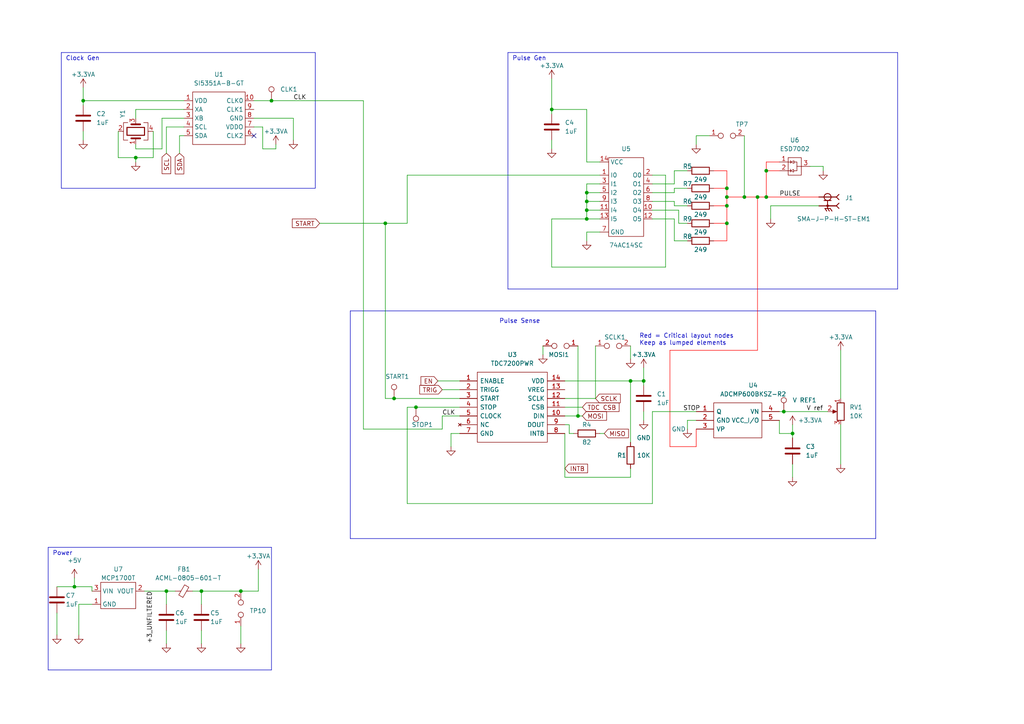
<source format=kicad_sch>
(kicad_sch (version 20230121) (generator eeschema)
  (paper "A4")
  (lib_symbols
    (symbol "Connector:TestPoint" (pin_numbers hide) (pin_names (offset 0.762) hide)
      (property "Reference" "TP" (at 0 6.858 0))
      (property "Value" "TestPoint" (at 0 5.08 0))
      (symbol "TestPoint_0_1"
        (circle (center 0 3.302) (radius 0.762))
      )
      (symbol "TestPoint_1_1"
        (pin passive line (at 0 0 90) (length 2.54) (name "1") (number "1"))
      )
    )
    (symbol "Connector:TestPoint_2Pole" (pin_names (offset 0.762) hide)
      (property "Reference" "TP" (at 0 1.524 0))
      (property "Value" "TestPoint_2Pole" (at 0 -1.778 0))
      (symbol "TestPoint_2Pole_0_1"
        (circle (center -1.778 0) (radius 0.762))
        (circle (center 1.778 0) (radius 0.762))
        (pin passive line (at -5.08 0 0) (length 2.54) (name "1") (number "1"))
        (pin passive line (at 5.08 0 180) (length 2.54) (name "2") (number "2"))
      )
    )
    (symbol "Device:C" (pin_numbers hide) (pin_names (offset 0.254))
      (property "Reference" "C" (at 0.635 2.54 0))
      (property "Value" "C" (at 0.635 -2.54 0))
      (symbol "C_0_1"
        (polyline (pts (xy -2.032 -0.762) (xy 2.032 -0.762)) (stroke (width 0.508)))
        (polyline (pts (xy -2.032 0.762) (xy 2.032 0.762)) (stroke (width 0.508)))
      )
      (symbol "C_1_1"
        (pin passive line (at 0 3.81 270) (length 2.794) (name "~") (number "1"))
        (pin passive line (at 0 -3.81 90) (length 2.794) (name "~") (number "2"))
      )
    )
    (symbol "Device:Crystal_GND24" (pin_names (offset 1.016) hide)
      (property "Reference" "Y" (at 3.175 5.08 0))
      (property "Value" "Crystal_GND24" (at 3.175 3.175 0))
      (symbol "Crystal_GND24_0_1"
        (rectangle (start -1.143 2.54) (end 1.143 -2.54) (stroke (width 0.3048)))
        (polyline (pts (xy -2.54 0) (xy -2.032 0)))
        (polyline (pts (xy -2.032 -1.27) (xy -2.032 1.27)) (stroke (width 0.508)))
        (polyline (pts (xy 0 -3.81) (xy 0 -3.556)))
        (polyline (pts (xy 0 3.556) (xy 0 3.81)))
        (polyline (pts (xy 2.032 -1.27) (xy 2.032 1.27)) (stroke (width 0.508)))
        (polyline (pts (xy 2.032 0) (xy 2.54 0)))
        (polyline (pts (xy -2.54 -2.286) (xy -2.54 -3.556) (xy 2.54 -3.556) (xy 2.54 -2.286)))
        (polyline (pts (xy -2.54 2.286) (xy -2.54 3.556) (xy 2.54 3.556) (xy 2.54 2.286)))
      )
      (symbol "Crystal_GND24_1_1"
        (pin passive line (at -3.81 0 0) (length 1.27) (name "1") (number "1"))
        (pin passive line (at 0 5.08 270) (length 1.27) (name "2") (number "2"))
        (pin passive line (at 3.81 0 180) (length 1.27) (name "3") (number "3"))
        (pin passive line (at 0 -5.08 90) (length 1.27) (name "4") (number "4"))
      )
    )
    (symbol "Device:FerriteBead_Small" (pin_numbers hide) (pin_names (offset 0))
      (property "Reference" "FB" (at 1.905 1.27 0))
      (property "Value" "FerriteBead_Small" (at 1.905 -1.27 0))
      (symbol "FerriteBead_Small_0_1"
        (polyline (pts (xy 0 -1.27) (xy 0 -0.7874)))
        (polyline (pts (xy 0 0.889) (xy 0 1.2954)))
        (polyline (pts (xy -1.8288 0.2794) (xy -1.1176 1.4986) (xy 1.8288 -0.2032) (xy 1.1176 -1.4224) (xy -1.8288 0.2794)))
      )
      (symbol "FerriteBead_Small_1_1"
        (pin passive line (at 0 2.54 270) (length 1.27) (name "~") (number "1"))
        (pin passive line (at 0 -2.54 90) (length 1.27) (name "~") (number "2"))
      )
    )
    (symbol "Device:R" (pin_numbers hide) (pin_names (offset 0))
      (property "Reference" "R" (at 2.032 0 90))
      (property "Value" "R" (at 0 0 90))
      (symbol "R_0_1"
        (rectangle (start -1.016 -2.54) (end 1.016 2.54) (stroke (width 0.254)))
      )
      (symbol "R_1_1"
        (pin passive line (at 0 3.81 270) (length 1.27) (name "~") (number "1"))
        (pin passive line (at 0 -3.81 90) (length 1.27) (name "~") (number "2"))
      )
    )
    (symbol "Device:R_Potentiometer" (pin_names (offset 1.016) hide)
      (property "Reference" "RV" (at -4.445 0 90))
      (property "Value" "R_Potentiometer" (at -2.54 0 90))
      (symbol "R_Potentiometer_0_1"
        (polyline (pts (xy 2.54 0) (xy 1.524 0)))
        (polyline (pts (xy 1.143 0) (xy 2.286 0.508) (xy 2.286 -0.508) (xy 1.143 0)) (fill (type outline)))
        (rectangle (start 1.016 2.54) (end -1.016 -2.54) (stroke (width 0.254)))
      )
      (symbol "R_Potentiometer_1_1"
        (pin passive line (at 0 3.81 270) (length 1.27) (name "1") (number "1"))
        (pin passive line (at 3.81 0 180) (length 1.27) (name "2") (number "2"))
        (pin passive line (at 0 -3.81 90) (length 1.27) (name "3") (number "3"))
      )
    )
    (symbol "MySymbols:74AC14SC"
      (property "Reference" "U" (at 0 11.43 0))
      (property "Value" "74AC14SC" (at 0 -13.97 0))
      (symbol "74AC14SC_0_1"
        (rectangle (start -5.08 10.16) (end 5.08 -12.7))
      )
      (symbol "74AC14SC_1_1"
        (pin input line (at -7.62 5.08 0) (length 2.54) (name "I0") (number "1"))
        (pin output line (at 7.62 -5.08 180) (length 2.54) (name "O4") (number "10"))
        (pin input line (at -7.62 -5.08 0) (length 2.54) (name "I4") (number "11"))
        (pin output line (at 7.62 -7.62 180) (length 2.54) (name "O5") (number "12"))
        (pin input line (at -7.62 -7.62 0) (length 2.54) (name "I5") (number "13"))
        (pin power_in line (at -7.62 8.89 0) (length 2.54) (name "VCC") (number "14"))
        (pin output line (at 7.62 5.08 180) (length 2.54) (name "O0") (number "2"))
        (pin input line (at -7.62 2.54 0) (length 2.54) (name "I1") (number "3"))
        (pin output line (at 7.62 2.54 180) (length 2.54) (name "O1") (number "4"))
        (pin input line (at -7.62 0 0) (length 2.54) (name "I2") (number "5"))
        (pin output line (at 7.62 0 180) (length 2.54) (name "O2") (number "6"))
        (pin power_in line (at -7.62 -11.43 0) (length 2.54) (name "GND") (number "7"))
        (pin output line (at 7.62 -2.54 180) (length 2.54) (name "O3") (number "8"))
        (pin input line (at -7.62 -2.54 0) (length 2.54) (name "I3") (number "9"))
      )
    )
    (symbol "MySymbols:ADCMP600BKSZ-R2" (pin_names (offset 0.762))
      (property "Reference" "IC" (at 22.86 7.62 0))
      (property "Value" "ADCMP600BKSZ-R2" (at 29.21 5.08 0))
      (symbol "ADCMP600BKSZ-R2_0_0"
        (pin passive line (at 0 0 0) (length 5.08) (name "Q") (number "1"))
        (pin passive line (at 0 -2.54 0) (length 5.08) (name "GND") (number "2"))
        (pin passive line (at 0 -5.08 0) (length 5.08) (name "VP") (number "3"))
        (pin passive line (at 24.13 0 180) (length 5.08) (name "VN") (number "4"))
        (pin passive line (at 24.13 -2.54 180) (length 5.08) (name "VCC_I/O") (number "5"))
      )
      (symbol "ADCMP600BKSZ-R2_0_1"
        (polyline (pts (xy 5.08 2.54) (xy 19.05 2.54) (xy 19.05 -7.62) (xy 5.08 -7.62) (xy 5.08 2.54)) (stroke (width 0.1524)))
      )
    )
    (symbol "MySymbols:ESD7002"
      (property "Reference" "U" (at 1.8146 0.9549 0))
      (property "Value" "ESD7002" (at 2.54 -6.35 0))
      (symbol "ESD7002_0_1"
        (polyline (pts (xy 0 -3.81) (xy 0.6155 -3.8101)))
        (polyline (pts (xy 0.0892 -1.2838) (xy 0.7047 -1.2839)))
        (polyline (pts (xy 0.6155 -3.8101) (xy 0.6155 -4.1869)))
        (polyline (pts (xy 0.7047 -1.2839) (xy 0.7047 -1.6607)))
        (polyline (pts (xy 2.54 -3.81) (xy 1.6244 -3.81)))
        (polyline (pts (xy 2.54 -2.54) (xy 2.54 -3.81)))
        (polyline (pts (xy 0.6155 -3.8101) (xy 1.6049 -3.4374) (xy 1.6067 -4.1871) (xy 0.6155 -3.8101) (xy 0.6168 -3.3411)))
        (polyline (pts (xy 0.7047 -1.2839) (xy 1.6941 -0.9112) (xy 1.6959 -1.6609) (xy 0.7047 -1.2839) (xy 0.706 -0.8149)))
        (polyline (pts (xy 3.81 -2.54) (xy 2.54 -2.54) (xy 2.54 -1.27) (xy 1.6998 -1.2699) (xy 1.7221 -1.2672)))
        (rectangle (start 0 0) (end 3.81 -5.08))
      )
      (symbol "ESD7002_1_1"
        (pin passive line (at -2.54 -1.27 0) (length 2.54) (name "") (number "1"))
        (pin passive line (at -2.54 -3.81 0) (length 2.54) (name "") (number "2"))
        (pin passive line (at 6.35 -2.54 180) (length 2.54) (name "") (number "3"))
      )
    )
    (symbol "MySymbols:MCP1700T"
      (property "Reference" "U" (at 5.08 1.27 0))
      (property "Value" "MCP1700T" (at 5.08 -10.16 0))
      (symbol "MCP1700T_0_1"
        (rectangle (start 0 0) (end 10.16 -7.62))
      )
      (symbol "MCP1700T_1_1"
        (pin passive line (at -2.54 -6.35 0) (length 2.54) (name "GND") (number "1"))
        (pin power_out line (at 12.7 -2.54 180) (length 2.54) (name "VOUT") (number "2"))
        (pin power_in line (at -2.54 -2.54 0) (length 2.54) (name "VIN") (number "3"))
      )
    )
    (symbol "MySymbols:SI5351A-B-GT"
      (property "Reference" "U" (at 0 0 0))
      (property "Value" "SI5351A-B-GT" (at 0 -20.32 0))
      (symbol "SI5351A-B-GT_0_1"
        (rectangle (start -7.62 -2.54) (end 7.62 -17.78))
      )
      (symbol "SI5351A-B-GT_1_1"
        (pin power_in line (at -10.16 -5.08 0) (length 2.54) (name "VDD") (number "1"))
        (pin output line (at 10.16 -5.08 180) (length 2.54) (name "CLK0") (number "10"))
        (pin input line (at -10.16 -7.62 0) (length 2.54) (name "XA") (number "2"))
        (pin input line (at -10.16 -10.16 0) (length 2.54) (name "XB") (number "3"))
        (pin input line (at -10.16 -12.7 0) (length 2.54) (name "SCL") (number "4"))
        (pin bidirectional line (at -10.16 -15.24 0) (length 2.54) (name "SDA") (number "5"))
        (pin output line (at 10.16 -15.24 180) (length 2.54) (name "CLK2") (number "6"))
        (pin power_out line (at 10.16 -12.7 180) (length 2.54) (name "VDDO") (number "7"))
        (pin passive line (at 10.16 -10.16 180) (length 2.54) (name "GND") (number "8"))
        (pin output line (at 10.16 -7.62 180) (length 2.54) (name "CLK1") (number "9"))
      )
    )
    (symbol "MySymbols:SMA-J-P-H-ST-EM1" (pin_numbers hide) (pin_names (offset 1.016) hide)
      (property "Reference" "J" (at -3.81 4.064 0))
      (property "Value" "SMA-J-P-H-ST-EM1" (at -4.064 -4.318 0))
      (symbol "SMA-J-P-H-ST-EM1_0_0"
        (polyline (pts (xy -3.302 -0.762) (xy -2.54 0)) (stroke (width 0.254)))
        (polyline (pts (xy -3.302 0.762) (xy -2.54 0)) (stroke (width 0.254)))
        (polyline (pts (xy -3.302 1.778) (xy -2.54 2.54)) (stroke (width 0.254)))
        (polyline (pts (xy -3.302 3.302) (xy -2.54 2.54)) (stroke (width 0.254)))
        (polyline (pts (xy -2.54 0) (xy 0 0)) (stroke (width 0.254)))
        (polyline (pts (xy -2.54 2.54) (xy 2.54 2.54)) (stroke (width 0.254)))
        (polyline (pts (xy -1.016 1.524) (xy 0 1.524)) (stroke (width 0.254)))
        (polyline (pts (xy -0.762 -0.762) (xy -1.27 -1.524)) (stroke (width 0.254)))
        (polyline (pts (xy 0 -0.762) (xy -0.762 -0.762)) (stroke (width 0.254)))
        (polyline (pts (xy 0 -0.762) (xy -0.508 -1.524)) (stroke (width 0.254)))
        (polyline (pts (xy 0 -0.762) (xy 0.762 -0.762)) (stroke (width 0.254)))
        (polyline (pts (xy 0 0) (xy -2.286 0)) (stroke (width 0.254)))
        (polyline (pts (xy 0 0) (xy 0 -0.762)) (stroke (width 0.254)))
        (polyline (pts (xy 0 1.524) (xy 0 0)) (stroke (width 0.254)))
        (polyline (pts (xy 0 1.524) (xy 1.016 1.524)) (stroke (width 0.254)))
        (polyline (pts (xy 0.762 -0.762) (xy 0.254 -1.524)) (stroke (width 0.254)))
        (polyline (pts (xy 2.54 0) (xy 0 0)) (stroke (width 0.254)))
        (circle (center 0 0) (radius 0.254) (stroke (width 0.254)))
        (circle (center 0 2.54) (radius 1.016) (stroke (width 0.254)))
        (pin passive line (at 2.54 2.54 180) (length 5.08) (name "~") (number "1"))
        (pin passive line (at 2.54 0 180) (length 5.08) (name "~") (number "2_1"))
        (pin passive line (at 2.54 0 180) (length 5.08) (name "~") (number "2_2"))
        (pin passive line (at 2.54 0 180) (length 5.08) (name "~") (number "3_1"))
        (pin passive line (at 2.54 0 180) (length 5.08) (name "~") (number "3_2"))
      )
    )
    (symbol "MySymbols:TDC7200PWR" (pin_names (offset 0.762))
      (property "Reference" "U" (at 26.67 7.62 0))
      (property "Value" "TDC7200PWR" (at 26.67 5.08 0))
      (symbol "TDC7200PWR_0_0"
        (pin passive line (at 0 0 0) (length 5.08) (name "ENABLE") (number "1"))
        (pin passive line (at 30.48 -10.16 180) (length 5.08) (name "DIN") (number "10"))
        (pin passive line (at 30.48 -7.62 180) (length 5.08) (name "CSB") (number "11"))
        (pin passive line (at 30.48 -5.08 180) (length 5.08) (name "SCLK") (number "12"))
        (pin passive line (at 30.48 -2.54 180) (length 5.08) (name "VREG") (number "13"))
        (pin passive line (at 30.48 0 180) (length 5.08) (name "VDD") (number "14"))
        (pin passive line (at 0 -2.54 0) (length 5.08) (name "TRIGG") (number "2"))
        (pin passive line (at 0 -5.08 0) (length 5.08) (name "START") (number "3"))
        (pin passive line (at 0 -7.62 0) (length 5.08) (name "STOP") (number "4"))
        (pin passive line (at 0 -10.16 0) (length 5.08) (name "CLOCK") (number "5"))
        (pin no_connect line (at 0 -12.7 0) (length 5.08) (name "NC") (number "6"))
        (pin passive line (at 0 -15.24 0) (length 5.08) (name "GND") (number "7"))
        (pin passive line (at 30.48 -15.24 180) (length 5.08) (name "INTB") (number "8"))
        (pin passive line (at 30.48 -12.7 180) (length 5.08) (name "DOUT") (number "9"))
      )
      (symbol "TDC7200PWR_0_1"
        (polyline (pts (xy 5.08 2.54) (xy 25.4 2.54) (xy 25.4 -17.78) (xy 5.08 -17.78) (xy 5.08 2.54)) (stroke (width 0.1524)))
      )
    )
    (symbol "power:+3.3VA" (power) (pin_names (offset 0))
      (property "Value" "+3.3VA" (at 0 3.556 0))
      (symbol "+3.3VA_0_1"
        (polyline (pts (xy -0.762 1.27) (xy 0 2.54)))
        (polyline (pts (xy 0 0) (xy 0 2.54)))
        (polyline (pts (xy 0 2.54) (xy 0.762 1.27)))
      )
      (symbol "+3.3VA_1_1"
        (pin power_in line (at 0 0 90) (length 0) hide (name "+3.3VA") (number "1"))
      )
    )
    (symbol "power:+5V" (power) (pin_names (offset 0))
      (property "Value" "+5V" (at 0 3.556 0))
      (symbol "+5V_0_1"
        (polyline (pts (xy -0.762 1.27) (xy 0 2.54)))
        (polyline (pts (xy 0 0) (xy 0 2.54)))
        (polyline (pts (xy 0 2.54) (xy 0.762 1.27)))
      )
      (symbol "+5V_1_1"
        (pin power_in line (at 0 0 90) (length 0) hide (name "+5V") (number "1"))
      )
    )
    (symbol "power:GND" (power) (pin_names (offset 0))
      (property "Value" "GND" (at 0 -3.81 0))
      (symbol "GND_0_1"
        (polyline (pts (xy 0 0) (xy 0 -1.27) (xy 1.27 -1.27) (xy 0 -2.54) (xy -1.27 -1.27) (xy 0 -1.27)))
      )
      (symbol "GND_1_1"
        (pin power_in line (at 0 0 270) (length 0) hide (name "GND") (number "1"))
      )
    )
  )
  (junction (at 186.69 110.49))
  (junction (at 210.82 64.77))
  (junction (at 182.88 110.49))
  (junction (at 215.9 57.15))
  (junction (at 229.87 125.73))
  (junction (at 167.64 120.65))
  (junction (at 120.65 118.11))
  (junction (at 170.18 63.5))
  (junction (at 227.33 119.38))
  (junction (at 222.25 49.53))
  (junction (at 210.82 59.69))
  (junction (at 39.37 45.72))
  (junction (at 114.3 115.57))
  (junction (at 222.25 57.15))
  (junction (at 210.82 57.15))
  (junction (at 170.18 58.42))
  (junction (at 170.18 60.96))
  (junction (at 78.74 29.21))
  (junction (at 210.82 54.61))
  (junction (at 58.42 171.45))
  (junction (at 69.85 171.45))
  (junction (at 48.26 171.45))
  (junction (at 170.18 55.88))
  (junction (at 21.59 170.18))
  (junction (at 219.71 57.15))
  (junction (at 160.02 31.75))
  (junction (at 111.76 64.77))
  (junction (at 24.13 29.21))
  (no_connect (at 73.66 39.37))
  (wire (pts (xy 222.25 57.15) (xy 237.49 57.15)) (stroke (width 0) (color 255 0 0 1)))
  (wire (pts (xy 80.01 43.18) (xy 80.01 41.91)))
  (wire (pts (xy 39.37 43.18) (xy 46.99 43.18)))
  (wire (pts (xy 195.58 53.34) (xy 195.58 49.53)))
  (wire (pts (xy 199.39 121.92) (xy 199.39 124.46)))
  (wire (pts (xy 227.33 119.38) (xy 240.03 119.38)))
  (wire (pts (xy 170.18 58.42) (xy 173.99 58.42)))
  (wire (pts (xy 196.85 60.96) (xy 196.85 64.77)))
  (wire (pts (xy 24.13 29.21) (xy 53.34 29.21)))
  (wire (pts (xy 182.88 110.49) (xy 182.88 128.27)))
  (wire (pts (xy 243.84 123.19) (xy 243.84 134.62)))
  (wire (pts (xy 170.18 58.42) (xy 170.18 55.88)))
  (wire (pts (xy 160.02 77.47) (xy 160.02 63.5)))
  (wire (pts (xy 118.11 118.11) (xy 120.65 118.11)))
  (wire (pts (xy 223.52 59.69) (xy 237.49 59.69)))
  (wire (pts (xy 58.42 171.45) (xy 69.85 171.45)))
  (wire (pts (xy 173.99 46.99) (xy 170.18 46.99)))
  (wire (pts (xy 39.37 31.75) (xy 39.37 34.29)))
  (wire (pts (xy 167.64 100.33) (xy 167.64 120.65)))
  (wire (pts (xy 210.82 69.85) (xy 210.82 64.77)) (stroke (width 0) (color 255 0 0 1)))
  (wire (pts (xy 39.37 41.91) (xy 39.37 43.18)))
  (wire (pts (xy 163.83 110.49) (xy 182.88 110.49)))
  (polyline (pts (xy 17.78 15.24) (xy 17.78 54.61)))
  (wire (pts (xy 53.34 31.75) (xy 39.37 31.75)))
  (wire (pts (xy 163.83 120.65) (xy 167.64 120.65)))
  (wire (pts (xy 210.82 57.15) (xy 215.9 57.15)) (stroke (width 0) (color 255 0 0 1)))
  (wire (pts (xy 73.66 34.29) (xy 85.09 34.29)))
  (wire (pts (xy 196.85 64.77) (xy 199.39 64.77)))
  (wire (pts (xy 193.04 50.8) (xy 193.04 77.47)))
  (polyline (pts (xy 91.44 54.61) (xy 91.44 15.24)))
  (wire (pts (xy 69.85 171.45) (xy 74.93 171.45)))
  (wire (pts (xy 85.09 34.29) (xy 85.09 40.64)))
  (wire (pts (xy 46.99 34.29) (xy 46.99 43.18)))
  (wire (pts (xy 165.1 123.19) (xy 163.83 123.19)))
  (wire (pts (xy 207.01 54.61) (xy 210.82 54.61)) (stroke (width 0) (color 255 0 0 1)))
  (wire (pts (xy 226.06 46.99) (xy 222.25 46.99)) (stroke (width 0) (color 255 0 0 1)))
  (wire (pts (xy 163.83 115.57) (xy 172.72 115.57)))
  (wire (pts (xy 167.64 120.65) (xy 168.91 120.65)))
  (wire (pts (xy 207.01 59.69) (xy 210.82 59.69)) (stroke (width 0) (color 255 0 0 1)))
  (wire (pts (xy 189.23 55.88) (xy 195.58 55.88)))
  (wire (pts (xy 53.34 36.83) (xy 48.26 36.83)))
  (wire (pts (xy 22.86 175.26) (xy 22.86 184.15)))
  (wire (pts (xy 55.88 171.45) (xy 58.42 171.45)))
  (wire (pts (xy 182.88 100.33) (xy 182.88 104.14)))
  (polyline (pts (xy 101.6 90.17) (xy 101.6 156.21)))
  (wire (pts (xy 189.23 63.5) (xy 195.58 63.5)))
  (wire (pts (xy 189.23 60.96) (xy 196.85 60.96)))
  (wire (pts (xy 163.83 125.73) (xy 163.83 138.43)))
  (wire (pts (xy 229.87 134.62) (xy 229.87 138.43)))
  (wire (pts (xy 229.87 123.19) (xy 229.87 125.73)))
  (wire (pts (xy 226.06 119.38) (xy 227.33 119.38)))
  (wire (pts (xy 160.02 63.5) (xy 170.18 63.5)))
  (wire (pts (xy 44.45 38.1) (xy 44.45 45.72)))
  (polyline (pts (xy 254 156.21) (xy 101.6 156.21)))
  (wire (pts (xy 34.29 38.1) (xy 34.29 45.72)))
  (wire (pts (xy 53.34 34.29) (xy 46.99 34.29)))
  (wire (pts (xy 201.93 39.37) (xy 205.74 39.37)))
  (wire (pts (xy 160.02 31.75) (xy 170.18 31.75)))
  (wire (pts (xy 195.58 69.85) (xy 199.39 69.85)))
  (polyline (pts (xy 78.74 158.75) (xy 78.74 194.31)))
  (wire (pts (xy 48.26 182.88) (xy 48.26 186.69)))
  (wire (pts (xy 160.02 40.64) (xy 160.02 43.18)))
  (wire (pts (xy 199.39 121.92) (xy 201.93 121.92)))
  (wire (pts (xy 226.06 125.73) (xy 229.87 125.73)))
  (wire (pts (xy 222.25 49.53) (xy 222.25 57.15)) (stroke (width 0) (color 255 0 0 1)))
  (polyline (pts (xy 147.32 83.82) (xy 260.35 83.82)))
  (wire (pts (xy 201.93 129.54) (xy 201.93 124.46)) (stroke (width 0) (color 255 0 0 1)))
  (wire (pts (xy 165.1 125.73) (xy 165.1 123.19)))
  (wire (pts (xy 170.18 60.96) (xy 173.99 60.96)))
  (wire (pts (xy 207.01 69.85) (xy 210.82 69.85)) (stroke (width 0) (color 255 0 0 1)))
  (wire (pts (xy 170.18 55.88) (xy 173.99 55.88)))
  (wire (pts (xy 160.02 22.86) (xy 160.02 31.75)))
  (wire (pts (xy 207.01 64.77) (xy 210.82 64.77)) (stroke (width 0) (color 255 0 0 1)))
  (wire (pts (xy 74.93 165.1) (xy 74.93 171.45)))
  (wire (pts (xy 170.18 55.88) (xy 170.18 53.34)))
  (wire (pts (xy 195.58 59.69) (xy 199.39 59.69)))
  (wire (pts (xy 114.3 115.57) (xy 133.35 115.57)))
  (polyline (pts (xy 147.32 15.24) (xy 147.32 83.82)))
  (wire (pts (xy 226.06 49.53) (xy 222.25 49.53)) (stroke (width 0) (color 255 0 0 1)))
  (wire (pts (xy 48.26 36.83) (xy 48.26 44.45)))
  (wire (pts (xy 58.42 182.88) (xy 58.42 186.69)))
  (wire (pts (xy 127 110.49) (xy 133.35 110.49)))
  (polyline (pts (xy 17.78 54.61) (xy 91.44 54.61)))
  (wire (pts (xy 118.11 64.77) (xy 118.11 50.8)))
  (wire (pts (xy 133.35 125.73) (xy 130.81 125.73)))
  (wire (pts (xy 210.82 59.69) (xy 210.82 64.77)) (stroke (width 0) (color 255 0 0 1)))
  (wire (pts (xy 128.27 113.03) (xy 133.35 113.03)))
  (wire (pts (xy 73.66 29.21) (xy 78.74 29.21)))
  (wire (pts (xy 118.11 146.05) (xy 118.11 118.11)))
  (wire (pts (xy 182.88 138.43) (xy 163.83 138.43)))
  (wire (pts (xy 194.31 101.6) (xy 194.31 129.54)) (stroke (width 0) (color 255 0 0 1)))
  (wire (pts (xy 195.58 49.53) (xy 199.39 49.53)))
  (wire (pts (xy 195.58 55.88) (xy 195.58 54.61)))
  (wire (pts (xy 34.29 45.72) (xy 39.37 45.72)))
  (wire (pts (xy 173.99 63.5) (xy 170.18 63.5)))
  (wire (pts (xy 182.88 110.49) (xy 186.69 110.49)))
  (wire (pts (xy 194.31 101.6) (xy 219.71 101.6)) (stroke (width 0) (color 255 0 0 1)))
  (wire (pts (xy 76.2 36.83) (xy 76.2 43.18)))
  (wire (pts (xy 170.18 46.99) (xy 170.18 31.75)))
  (wire (pts (xy 207.01 49.53) (xy 210.82 49.53)) (stroke (width 0) (color 255 0 0 1)))
  (wire (pts (xy 189.23 50.8) (xy 193.04 50.8)))
  (wire (pts (xy 219.71 57.15) (xy 222.25 57.15)) (stroke (width 0) (color 255 0 0 1)))
  (wire (pts (xy 111.76 64.77) (xy 111.76 115.57)))
  (wire (pts (xy 226.06 121.92) (xy 226.06 125.73)))
  (wire (pts (xy 52.07 39.37) (xy 52.07 44.45)))
  (wire (pts (xy 238.76 48.26) (xy 238.76 49.53)))
  (wire (pts (xy 189.23 58.42) (xy 195.58 58.42)))
  (wire (pts (xy 201.93 41.91) (xy 201.93 39.37)))
  (wire (pts (xy 163.83 118.11) (xy 168.91 118.11)))
  (wire (pts (xy 170.18 69.85) (xy 170.18 67.31)))
  (wire (pts (xy 170.18 60.96) (xy 170.18 58.42)))
  (wire (pts (xy 170.18 63.5) (xy 170.18 60.96)))
  (wire (pts (xy 186.69 110.49) (xy 186.69 111.76)))
  (wire (pts (xy 229.87 125.73) (xy 229.87 127)))
  (wire (pts (xy 41.91 171.45) (xy 48.26 171.45)))
  (wire (pts (xy 16.51 177.8) (xy 16.51 184.15)))
  (wire (pts (xy 172.72 100.33) (xy 172.72 115.57)))
  (wire (pts (xy 24.13 38.1) (xy 24.13 40.64)))
  (wire (pts (xy 189.23 119.38) (xy 201.93 119.38)))
  (wire (pts (xy 44.45 45.72) (xy 39.37 45.72)))
  (wire (pts (xy 26.67 170.18) (xy 26.67 171.45)))
  (wire (pts (xy 186.69 106.68) (xy 186.69 110.49)))
  (wire (pts (xy 24.13 29.21) (xy 24.13 30.48)))
  (wire (pts (xy 222.25 46.99) (xy 222.25 49.53)) (stroke (width 0) (color 255 0 0 1)))
  (polyline (pts (xy 260.35 83.82) (xy 260.35 15.24)))
  (polyline (pts (xy 101.6 90.17) (xy 254 90.17)))
  (wire (pts (xy 223.52 59.69) (xy 223.52 63.5)))
  (wire (pts (xy 53.34 39.37) (xy 52.07 39.37)))
  (wire (pts (xy 210.82 57.15) (xy 210.82 59.69)) (stroke (width 0) (color 255 0 0 1)))
  (wire (pts (xy 215.9 57.15) (xy 219.71 57.15)) (stroke (width 0) (color 255 0 0 1)))
  (wire (pts (xy 21.59 167.64) (xy 21.59 170.18)))
  (wire (pts (xy 92.71 64.77) (xy 111.76 64.77)))
  (wire (pts (xy 195.58 63.5) (xy 195.58 69.85)))
  (polyline (pts (xy 78.74 194.31) (xy 13.97 194.31)))
  (wire (pts (xy 160.02 31.75) (xy 160.02 33.02)))
  (wire (pts (xy 39.37 45.72) (xy 39.37 46.99)))
  (wire (pts (xy 189.23 53.34) (xy 195.58 53.34)))
  (wire (pts (xy 111.76 115.57) (xy 114.3 115.57)))
  (wire (pts (xy 130.81 125.73) (xy 130.81 129.54)))
  (wire (pts (xy 21.59 170.18) (xy 26.67 170.18)))
  (wire (pts (xy 105.41 124.46) (xy 128.27 124.46)))
  (wire (pts (xy 111.76 64.77) (xy 118.11 64.77)))
  (wire (pts (xy 219.71 101.6) (xy 219.71 57.15)) (stroke (width 0) (color 255 0 0 1)))
  (wire (pts (xy 173.99 125.73) (xy 175.26 125.73)))
  (wire (pts (xy 215.9 39.37) (xy 215.9 57.15)))
  (wire (pts (xy 189.23 119.38) (xy 189.23 146.05)))
  (polyline (pts (xy 17.78 15.24) (xy 91.44 15.24)))
  (wire (pts (xy 105.41 29.21) (xy 105.41 124.46)))
  (wire (pts (xy 24.13 25.4) (xy 24.13 29.21)))
  (wire (pts (xy 210.82 54.61) (xy 210.82 57.15)) (stroke (width 0) (color 255 0 0 1)))
  (wire (pts (xy 195.58 58.42) (xy 195.58 59.69)))
  (wire (pts (xy 170.18 53.34) (xy 173.99 53.34)))
  (polyline (pts (xy 13.97 158.75) (xy 13.97 194.31)))
  (wire (pts (xy 189.23 146.05) (xy 118.11 146.05)))
  (wire (pts (xy 195.58 54.61) (xy 199.39 54.61)))
  (wire (pts (xy 48.26 171.45) (xy 48.26 175.26)))
  (wire (pts (xy 170.18 67.31) (xy 173.99 67.31)))
  (wire (pts (xy 118.11 50.8) (xy 173.99 50.8)))
  (wire (pts (xy 128.27 124.46) (xy 128.27 120.65)))
  (wire (pts (xy 193.04 77.47) (xy 160.02 77.47)))
  (wire (pts (xy 243.84 101.6) (xy 243.84 115.57)))
  (wire (pts (xy 165.1 125.73) (xy 166.37 125.73)))
  (wire (pts (xy 234.95 48.26) (xy 238.76 48.26)))
  (wire (pts (xy 73.66 36.83) (xy 76.2 36.83)))
  (wire (pts (xy 128.27 120.65) (xy 133.35 120.65)))
  (wire (pts (xy 186.69 119.38) (xy 186.69 121.92)))
  (wire (pts (xy 182.88 135.89) (xy 182.88 138.43)))
  (wire (pts (xy 120.65 118.11) (xy 133.35 118.11)))
  (polyline (pts (xy 254 90.17) (xy 254 156.21)))
  (wire (pts (xy 78.74 29.21) (xy 105.41 29.21)))
  (wire (pts (xy 76.2 43.18) (xy 80.01 43.18)))
  (polyline (pts (xy 147.32 15.24) (xy 260.35 15.24)))
  (wire (pts (xy 210.82 49.53) (xy 210.82 54.61)) (stroke (width 0) (color 255 0 0 1)))
  (wire (pts (xy 22.86 175.26) (xy 26.67 175.26)))
  (wire (pts (xy 157.48 100.33) (xy 157.48 102.87)))
  (wire (pts (xy 16.51 170.18) (xy 21.59 170.18)))
  (wire (pts (xy 69.85 181.61) (xy 69.85 186.69)))
  (polyline (pts (xy 13.97 158.75) (xy 78.74 158.75)))
  (wire (pts (xy 194.31 129.54) (xy 201.93 129.54)) (stroke (width 0) (color 255 0 0 1)))
  (wire (pts (xy 58.42 171.45) (xy 58.42 175.26)))
  (wire (pts (xy 48.26 171.45) (xy 50.8 171.45)))
  (text "Power" (at 15.24 161.29 0) (effects (font (size 1.27 1.27)) (justify left bottom)))
  (text "Pulse Gen" (at 148.59 17.78 0) (effects (font (size 1.27 1.27)) (justify left bottom)))
  (text "Pulse Sense" (at 144.78 93.98 0) (effects (font (size 1.27 1.27)) (justify left bottom)))
  (text "Red = Critical layout nodes\nKeep as lumped elements" (at 185.42 100.33 0) (effects (font (size 1.27 1.27)) (justify left bottom)))
  (text "Clock Gen" (at 19.05 17.78 0) (effects (font (size 1.27 1.27)) (justify left bottom)))
  (label "CLK" (at 128.27 120.65 0))
  (label "+3_UNFILTERED" (at 44.45 171.45 270))
  (label "V ref" (at 238.76 119.38 180))
  (label "PULSE" (at 226.06 57.15 0))
  (label "CLK" (at 85.09 29.21 0))
  (label "STOP" (at 198.12 119.38 0))
  (global_label "SCL" (shape input) (at 48.26 44.45 270) (property "Intersheetrefs" "${INTERSHEET_REFS}" (effects hide)))
  (global_label "START" (shape input) (at 92.71 64.77 180) (property "Intersheetrefs" "${INTERSHEET_REFS}" (effects hide)))
  (global_label "SDA" (shape input) (at 52.07 44.45 270) (property "Intersheetrefs" "${INTERSHEET_REFS}" (effects hide)))
  (global_label "EN" (shape input) (at 127 110.49 180) (property "Intersheetrefs" "${INTERSHEET_REFS}" (effects hide)))
  (global_label "TRIG" (shape input) (at 128.27 113.03 180) (property "Intersheetrefs" "${INTERSHEET_REFS}" (effects hide)))
  (global_label "SCLK" (shape input) (at 172.72 115.57 0) (property "Intersheetrefs" "${INTERSHEET_REFS}" (effects hide)))
  (global_label "INTB" (shape input) (at 163.83 135.8714 0) (property "Intersheetrefs" "${INTERSHEET_REFS}" (effects hide)))
  (global_label "TDC CSB" (shape input) (at 168.91 118.11 0) (property "Intersheetrefs" "${INTERSHEET_REFS}" (effects hide)))
  (global_label "MOSI" (shape input) (at 168.91 120.65 0) (property "Intersheetrefs" "${INTERSHEET_REFS}" (effects hide)))
  (global_label "MISO" (shape input) (at 175.26 125.73 0) (property "Intersheetrefs" "${INTERSHEET_REFS}" (effects hide)))
  (symbol (lib_id "Device:R") (at 203.2 69.85 90) (unit 1)
    (property "Reference" "R8" (at 199.39 68.58 90))
    (property "Value" "249" (at 203.2 72.39 90))
    (property "Footprint" "Resistor_SMD:R_0805_2012Metric" (effects hide))
    (instances (project "plant_combined" (path "" (reference "R8") (unit 1))) (project "tdr_pos" (path "" (reference "R2") (unit 1))))
  )
  (symbol (lib_id "power:GND") (at 160.02 43.18 0) (unit 1)
    (property "Reference" "#PWR017" (effects hide))
    (property "Value" "GND" (effects hide))
  )
  (symbol (lib_id "power:GND") (at 22.86 184.15 0) (unit 1)
    (property "Reference" "#PWR046" (effects hide))
    (property "Value" "GND" (effects hide))
    (instances (project "plant_combined" (path "" (reference "#PWR046") (unit 1))) (project "tdr_pos" (path "" (reference "#PWR0104") (unit 1))))
  )
  (symbol (lib_id "power:+3.3VA") (at 74.93 165.1 0) (unit 1)
    (property "Reference" "#PWR014" (effects hide))
    (property "Value" "+3.3VA" (at 74.93 161.29 0))
  )
  (symbol (lib_id "power:GND") (at 48.26 186.69 0) (unit 1)
    (property "Reference" "#PWR045" (effects hide))
    (property "Value" "GND" (effects hide))
    (instances (project "plant_combined" (path "" (reference "#PWR045") (unit 1))) (project "tdr_pos" (path "" (reference "#PWR0104") (unit 1))))
  )
  (symbol (lib_id "Device:R") (at 182.88 132.08 180) (unit 1)
    (property "Reference" "R1" (at 180.34 132.08 0))
    (property "Value" "10K" (at 186.69 132.08 0))
    (property "Footprint" "Resistor_SMD:R_0805_2012Metric_Pad1.20x1.40mm_HandSolder" (effects hide))
    (instances (project "plant_combined" (path "" (reference "R1") (unit 1))) (project "tdr_pos" (path "" (reference "R11") (unit 1))))
  )
  (symbol (lib_id "power:GND") (at 229.87 138.43 0) (unit 1)
    (property "Reference" "#PWR025" (effects hide))
    (property "Value" "GND" (effects hide))
    (instances (project "plant_combined" (path "" (reference "#PWR025") (unit 1))) (project "tdr_pos" (path "" (reference "#PWR021") (unit 1))))
  )
  (symbol (lib_id "MySymbols:MCP1700T") (at 29.21 168.91 0) (unit 1)
    (property "Reference" "U7" (at 34.29 165.1 0))
    (property "Value" "MCP1700T" (at 34.29 167.64 0))
    (property "Footprint" "Package_TO_SOT_SMD:SOT-23" (effects hide))
    (property "Datasheet" "https://ww1.microchip.com/downloads/en/DeviceDoc/MCP1700-Data-Sheet-20001826F.pdf" (effects hide))
  )
  (symbol (lib_id "power:GND") (at 157.48 102.87 0) (unit 1)
    (property "Reference" "#PWR057" (effects hide))
    (property "Value" "GND" (effects hide))
    (instances (project "plant_combined" (path "" (reference "#PWR057") (unit 1))) (project "tdr_pos" (path "" (reference "#PWR015") (unit 1))))
  )
  (symbol (lib_id "power:GND") (at 58.42 186.69 0) (unit 1)
    (property "Reference" "#PWR013" (effects hide))
    (property "Value" "GND" (effects hide))
    (instances (project "plant_combined" (path "" (reference "#PWR013") (unit 1))) (project "tdr_pos" (path "" (reference "#PWR0104") (unit 1))))
  )
  (symbol (lib_id "power:+3.3VA") (at 186.69 106.68 0) (unit 1)
    (property "Reference" "#PWR016" (effects hide))
    (property "Value" "+3.3VA" (at 186.69 102.87 0))
  )
  (symbol (lib_id "power:+3.3VA") (at 24.13 25.4 0) (unit 1)
    (property "Reference" "#PWR033" (effects hide))
    (property "Value" "+3.3VA" (at 24.13 21.59 0))
  )
  (symbol (lib_id "Connector:TestPoint") (at 120.65 118.11 180) (unit 1)
    (property "Reference" "STOP1" (at 119.38 123.19 0) (effects (justify right)))
    (property "Value" "TestPoint" (effects hide))
    (property "Footprint" "TestPoint:TestPoint_Loop_D1.80mm_Drill1.0mm_Beaded" (effects hide))
    (instances (project "plant_combined" (path "" (reference "STOP1") (unit 1))) (project "tdr_pos" (path "" (reference "TP7") (unit 1))))
  )
  (symbol (lib_id "Device:C") (at 24.13 34.29 180) (unit 1)
    (property "Reference" "C2" (at 27.94 33.0199 0) (effects (justify right)))
    (property "Value" "1uF" (at 27.94 35.5599 0) (effects (justify right)))
    (property "Footprint" "Capacitor_SMD:C_0805_2012Metric_Pad1.18x1.45mm_HandSolder" (effects hide))
    (instances (project "plant_combined" (path "" (reference "C2") (unit 1))) (project "tdr_pos" (path "" (reference "C3") (unit 1))))
  )
  (symbol (lib_id "Device:R") (at 203.2 59.69 90) (unit 1)
    (property "Reference" "R6" (at 199.39 58.42 90))
    (property "Value" "249" (at 203.2 62.23 90))
    (property "Footprint" "Resistor_SMD:R_0805_2012Metric" (effects hide))
    (instances (project "plant_combined" (path "" (reference "R6") (unit 1))) (project "tdr_pos" (path "" (reference "R1") (unit 1))))
  )
  (symbol (lib_id "power:+3.3VA") (at 160.02 22.86 0) (unit 1)
    (property "Reference" "#PWR02" (effects hide))
    (property "Value" "+3.3VA" (at 160.02 19.05 0))
  )
  (symbol (lib_id "Device:R") (at 203.2 49.53 90) (unit 1)
    (property "Reference" "R5" (at 199.39 48.26 90))
    (property "Value" "249" (at 203.2 52.07 90))
    (property "Footprint" "Resistor_SMD:R_0805_2012Metric" (effects hide))
  )
  (symbol (lib_id "Connector:TestPoint_2Pole") (at 210.82 39.37 0) (unit 1)
    (property "Reference" "TP7" (at 213.36 36.0679 0) (effects (justify left)))
    (property "Value" "TestPoint" (effects hide))
    (property "Footprint" "Library:TestPoint_2Pads_Pitch2.54mm_Drill1mm" (effects hide))
    (instances (project "plant_combined" (path "" (reference "TP7") (unit 1))) (project "tdr_pos" (path "" (reference "TP2") (unit 1))))
  )
  (symbol (lib_id "Device:C") (at 16.51 173.99 180) (unit 1)
    (property "Reference" "C7" (at 19.05 172.72 0) (effects (justify right)))
    (property "Value" "1uF" (at 19.05 175.26 0) (effects (justify right)))
    (property "Footprint" "Capacitor_SMD:C_0805_2012Metric_Pad1.18x1.45mm_HandSolder" (effects hide))
    (instances (project "plant_combined" (path "" (reference "C7") (unit 1))) (project "tdr_pos" (path "" (reference "C6") (unit 1))))
  )
  (symbol (lib_id "power:+3.3VA") (at 80.01 41.91 0) (unit 1)
    (property "Reference" "#PWR09" (effects hide))
    (property "Value" "+3.3VA" (at 80.01 38.1 0))
  )
  (symbol (lib_id "MySymbols:SI5351A-B-GT") (at 63.5 24.13 0) (unit 1)
    (property "Reference" "U1" (at 63.5 21.59 0))
    (property "Value" "SI5351A-B-GT" (at 63.5 24.13 0))
    (property "Footprint" "Package_SO:MSOP-10_3x3mm_P0.5mm" (effects hide))
    (property "Datasheet" "https://www.skyworksinc.com/-/media/Skyworks/SL/documents/public/data-sheets/Si5351-B.pdf" (effects hide))
    (property "Description" "67 - Clock Generator IC 200MHz 2 10-TFSOP" (effects hide))
    (instances (project "plant_combined" (path "" (reference "U1") (unit 1))) (project "tdr_pos" (path "" (reference "U6") (unit 1))))
  )
  (symbol (lib_id "Device:C") (at 48.26 179.07 180) (unit 1)
    (property "Reference" "C6" (at 50.8 177.8 0) (effects (justify right)))
    (property "Value" "1uF" (at 50.8 180.34 0) (effects (justify right)))
    (property "Footprint" "Capacitor_SMD:C_0805_2012Metric_Pad1.18x1.45mm_HandSolder" (effects hide))
  )
  (symbol (lib_id "power:GND") (at 39.37 46.99 0) (unit 1)
    (property "Reference" "#PWR06" (effects hide))
    (property "Value" "GND" (effects hide))
    (instances (project "plant_combined" (path "" (reference "#PWR06") (unit 1))) (project "tdr_pos" (path "" (reference "#PWR05") (unit 1))))
  )
  (symbol (lib_id "Connector:TestPoint") (at 114.3 115.57 0) (unit 1)
    (property "Reference" "START1" (at 111.76 109.22 0) (effects (justify left)))
    (property "Value" "TestPoint" (effects hide))
    (property "Footprint" "TestPoint:TestPoint_Loop_D1.80mm_Drill1.0mm_Beaded" (effects hide))
    (instances (project "plant_combined" (path "" (reference "START1") (unit 1))) (project "tdr_pos" (path "" (reference "TP5") (unit 1))))
  )
  (symbol (lib_id "MySymbols:SMA-J-P-H-ST-EM1") (at 240.03 59.69 0) (mirror y) (unit 1)
    (property "Reference" "J1" (at 245.11 57.4039 0) (effects (justify right)))
    (property "Value" "SMA-J-P-H-ST-EM1" (at 231.14 63.5 0) (effects (justify right)))
    (property "Footprint" "Library:SAMTEC_SMA-J-P-H-ST-EM1" (effects hide))
    (property "STANDARD" "Manufacturer Recommendations" (effects hide))
    (property "MAXIMUM_PACKAGE_HEIGHT" "3.675mm" (effects hide))
    (property "PARTREV" "G" (effects hide))
    (property "MANUFACTURER" "Samtec" (effects hide))
    (property "Description" "40 - SMA Edge Mount Female" (effects hide))
  )
  (symbol (lib_id "Device:R_Potentiometer") (at 243.84 119.38 0) (mirror y) (unit 1)
    (property "Reference" "RV1" (at 246.38 118.1099 0) (effects (justify right)))
    (property "Value" "10K" (at 246.38 120.6499 0) (effects (justify right)))
    (property "Footprint" "Connector_PinHeader_2.54mm:PinHeader_1x03_P2.54mm_Vertical" (effects hide))
  )
  (symbol (lib_id "Connector:TestPoint_2Pole") (at 162.56 100.33 180) (unit 1)
    (property "Reference" "MOSI1" (at 165.1 102.87 0) (effects (justify left)))
    (property "Value" "TestPoint" (effects hide))
    (property "Footprint" "Library:TestPoint_2Pads_Pitch2.54mm_Drill1mm" (effects hide))
    (instances (project "plant_combined" (path "" (reference "MOSI1") (unit 1))) (project "tdr_pos" (path "" (reference "TP10") (unit 1))))
  )
  (symbol (lib_id "power:GND") (at 182.88 104.14 0) (unit 1)
    (property "Reference" "#PWR056" (effects hide))
    (property "Value" "GND" (effects hide))
    (instances (project "plant_combined" (path "" (reference "#PWR056") (unit 1))) (project "tdr_pos" (path "" (reference "#PWR015") (unit 1))))
  )
  (symbol (lib_id "power:GND") (at 85.09 40.64 0) (unit 1)
    (property "Reference" "#PWR010" (effects hide))
    (property "Value" "GND" (effects hide))
  )
  (symbol (lib_id "power:GND") (at 170.18 69.85 0) (unit 1)
    (property "Reference" "#PWR018" (effects hide))
    (property "Value" "GND" (effects hide))
  )
  (symbol (lib_id "Device:C") (at 58.42 179.07 180) (unit 1)
    (property "Reference" "C5" (at 60.96 177.8 0) (effects (justify right)))
    (property "Value" "1uF" (at 60.96 180.34 0) (effects (justify right)))
    (property "Footprint" "Capacitor_SMD:C_0805_2012Metric_Pad1.18x1.45mm_HandSolder" (effects hide))
    (instances (project "plant_combined" (path "" (reference "C5") (unit 1))) (project "tdr_pos" (path "" (reference "C7") (unit 1))))
  )
  (symbol (lib_id "power:+3.3VA") (at 229.87 123.19 0) (unit 1)
    (property "Reference" "#PWR024" (effects hide))
    (property "Value" "+3.3VA" (at 234.95 121.92 0))
  )
  (symbol (lib_id "MySymbols:ESD7002") (at 228.6 45.72 0) (unit 1)
    (property "Reference" "U6" (at 230.505 40.64 0))
    (property "Value" "ESD7002" (at 230.505 43.18 0))
    (property "Footprint" "Package_TO_SOT_SMD:SOT-323_SC-70" (effects hide))
    (property "Datasheet" "https://www.onsemi.com/pdf/datasheet/esd7002-d.pdf" (effects hide))
    (property "Description" "69 - Clamp Ipp Tvs Diode Surface Mount SC-70-3 (SOT323)" (effects hide))
    (instances (project "plant_combined" (path "" (reference "U6") (unit 1))) (project "tdr_pos" (path "" (reference "U2") (unit 1))))
  )
  (symbol (lib_id "power:GND") (at 201.93 41.91 0) (unit 1)
    (property "Reference" "#PWR022" (effects hide))
    (property "Value" "GND" (effects hide))
    (instances (project "plant_combined" (path "" (reference "#PWR022") (unit 1))) (project "tdr_pos" (path "" (reference "#PWR04") (unit 1))))
  )
  (symbol (lib_id "Device:FerriteBead_Small") (at 53.34 171.45 90) (unit 1)
    (property "Reference" "FB1" (at 53.34 165.1 90))
    (property "Value" "ACML-0805-601-T" (at 54.61 167.64 90))
    (property "Footprint" "Resistor_SMD:R_0805_2012Metric_Pad1.20x1.40mm_HandSolder" (effects hide))
  )
  (symbol (lib_id "power:GND") (at 238.76 49.53 0) (unit 1)
    (property "Reference" "#PWR026" (effects hide))
    (property "Value" "GND" (effects hide))
    (instances (project "plant_combined" (path "" (reference "#PWR026") (unit 1))) (project "tdr_pos" (path "" (reference "#PWR023") (unit 1))))
  )
  (symbol (lib_id "power:GND") (at 69.85 186.69 0) (unit 1)
    (property "Reference" "#PWR052" (effects hide))
    (property "Value" "GND" (effects hide))
    (instances (project "plant_combined" (path "" (reference "#PWR052") (unit 1))) (project "tdr_pos" (path "" (reference "#PWR0104") (unit 1))))
  )
  (symbol (lib_id "power:GND") (at 243.84 134.62 0) (unit 1)
    (property "Reference" "#PWR028" (effects hide))
    (property "Value" "GND" (effects hide))
    (instances (project "plant_combined" (path "" (reference "#PWR028") (unit 1))) (project "tdr_pos" (path "" (reference "#PWR025") (unit 1))))
  )
  (symbol (lib_id "MySymbols:ADCMP600BKSZ-R2") (at 201.93 119.38 0) (unit 1)
    (property "Reference" "U4" (at 218.44 111.76 0))
    (property "Value" "ADCMP600BKSZ-R2" (at 218.44 114.3 0))
    (property "Footprint" "Library:SOT65P210X110-5N" (effects hide))
    (property "Datasheet" "https://componentsearchengine.com/Datasheets/2/ADCMP600BKSZ-R2.pdf" (effects hide))
    (property "Description" "60 - Comparator General Purpose CMOS, TTL SC-70-5" (effects hide))
    (property "Height" "1.1" (effects hide))
    (property "Manufacturer_Name" "Analog Devices" (effects hide))
    (property "Manufacturer_Part_Number" "ADCMP600BKSZ-R2" (effects hide))
    (property "Mouser Part Number" "584-ADCMP600BKSZ-R2" (effects hide))
    (property "Mouser Price/Stock" "https://www.mouser.co.uk/ProductDetail/Analog-Devices/ADCMP600BKSZ-R2?qs=BpaRKvA4VqHd04qcu%2FTgJA%3D%3D" (effects hide))
    (property "Arrow Part Number" "ADCMP600BKSZ-R2" (effects hide))
    (property "Arrow Price/Stock" "https://www.arrow.com/en/products/adcmp600bksz-r2/analog-devices?region=nac" (effects hide))
    (instances (project "plant_combined" (path "" (reference "U4") (unit 1))) (project "tdr_pos" (path "" (reference "U3") (unit 1))))
  )
  (symbol (lib_id "power:GND") (at 199.39 124.46 0) (unit 1)
    (property "Reference" "#PWR021" (effects hide))
    (property "Value" "GND" (at 196.85 124.46 0))
    (instances (project "plant_combined" (path "" (reference "#PWR021") (unit 1))) (project "tdr_pos" (path "" (reference "#PWR019") (unit 1))))
  )
  (symbol (lib_id "Device:R") (at 203.2 54.61 90) (unit 1)
    (property "Reference" "R7" (at 199.39 53.34 90))
    (property "Value" "249" (at 203.2 57.15 90))
    (property "Footprint" "Resistor_SMD:R_0805_2012Metric" (effects hide))
    (instances (project "plant_combined" (path "" (reference "R7") (unit 1))) (project "tdr_pos" (path "" (reference "R4") (unit 1))))
  )
  (symbol (lib_id "MySymbols:TDC7200PWR") (at 133.35 110.49 0) (unit 1)
    (property "Reference" "U3" (at 148.59 102.87 0))
    (property "Value" "TDC7200PWR" (at 148.59 105.41 0))
    (property "Footprint" "Package_SO:TSSOP-14_4.4x5mm_P0.65mm" (effects hide))
    (property "Datasheet" "http://www.ti.com/lit/gpn/tdc7200" (effects hide))
    (property "Description" "65 - Time-to-Digital Converter" (effects hide))
    (property "Height" "1.2" (effects hide))
    (property "Manufacturer_Name" "Texas Instruments" (effects hide))
    (property "Manufacturer_Part_Number" "TDC7200PWR" (effects hide))
    (property "Mouser Part Number" "595-TDC7200PWR" (effects hide))
    (property "Mouser Price/Stock" "https://www.mouser.co.uk/ProductDetail/Texas-Instruments/TDC7200PWR?qs=Q2snjRlG%2FBJNiMilyUsr3A%3D%3D" (effects hide))
    (property "Arrow Part Number" "TDC7200PWR" (effects hide))
    (property "Arrow Price/Stock" "https://www.arrow.com/en/products/tdc7200pwr/texas-instruments?region=nac" (effects hide))
    (instances (project "plant_combined" (path "" (reference "U3") (unit 1))) (project "tdr_pos" (path "" (reference "U4") (unit 1))))
  )
  (symbol (lib_id "Connector:TestPoint_2Pole") (at 69.85 176.53 90) (unit 1)
    (property "Reference" "TP10" (at 72.39 177.165 90) (effects (justify right)))
    (property "Value" "TestPoint_2Pole" (effects hide))
    (property "Footprint" "Library:TestPoint_2Pads_Pitch2.54mm_Drill1mm" (effects hide))
    (instances (project "plant_combined" (path "" (reference "TP10") (unit 1)) (path "" (reference "TP3") (unit 1))) (project "plant_waterer" (path "" (reference "TP4") (unit 1))) (project "tdr_pos" (path "" (reference "TP1") (unit 1))))
  )
  (symbol (lib_id "Connector:TestPoint") (at 78.74 29.21 0) (unit 1)
    (property "Reference" "CLK1" (at 81.28 25.9079 0) (effects (justify left)))
    (property "Value" "TestPoint" (effects hide))
    (property "Footprint" "TestPoint:TestPoint_Loop_D1.80mm_Drill1.0mm_Beaded" (effects hide))
    (instances (project "plant_combined" (path "" (reference "CLK1") (unit 1))) (project "tdr_pos" (path "" (reference "TP8") (unit 1))))
  )
  (symbol (lib_id "Connector:TestPoint_2Pole") (at 177.8 100.33 0) (unit 1)
    (property "Reference" "SCLK1" (at 175.26 97.79 0) (effects (justify left)))
    (property "Value" "TestPoint" (effects hide))
    (property "Footprint" "Library:TestPoint_2Pads_Pitch2.54mm_Drill1mm" (effects hide))
    (instances (project "plant_combined" (path "" (reference "SCLK1") (unit 1))) (project "tdr_pos" (path "" (reference "TP9") (unit 1))))
  )
  (symbol (lib_id "power:GND") (at 223.52 63.5 0) (unit 1)
    (property "Reference" "#PWR023" (effects hide))
    (property "Value" "GND" (effects hide))
    (instances (project "plant_combined" (path "" (reference "#PWR023") (unit 1))) (project "tdr_pos" (path "" (reference "#PWR022") (unit 1))))
  )
  (symbol (lib_id "Device:C") (at 229.87 130.81 180) (unit 1)
    (property "Reference" "C3" (at 233.68 129.5399 0) (effects (justify right)))
    (property "Value" "1uF" (at 233.68 132.0799 0) (effects (justify right)))
    (property "Footprint" "Capacitor_SMD:C_0805_2012Metric_Pad1.18x1.45mm_HandSolder" (effects hide))
    (instances (project "plant_combined" (path "" (reference "C3") (unit 1))) (project "tdr_pos" (path "" (reference "C2") (unit 1))))
  )
  (symbol (lib_id "MySymbols:74AC14SC") (at 181.61 55.88 0) (unit 1)
    (property "Reference" "U5" (at 181.61 43.18 0))
    (property "Value" "74AC14SC" (at 181.61 71.12 0))
    (property "Footprint" "Package_SO:SOIC-14_3.9x8.7mm_P1.27mm" (effects hide))
    (property "Datasheet" "https://www.digikey.com/en/products/detail/onsemi/74AC14SC/211783" (effects hide))
    (instances (project "plant_combined" (path "" (reference "U5") (unit 1))) (project "tdr_pos" (path "" (reference "U1") (unit 1))))
  )
  (symbol (lib_id "power:GND") (at 186.69 121.92 0) (unit 1)
    (property "Reference" "#PWR020" (effects hide))
    (property "Value" "GND" (at 186.69 127 0))
    (instances (project "plant_combined" (path "" (reference "#PWR020") (unit 1))) (project "tdr_pos" (path "" (reference "#PWR015") (unit 1))))
  )
  (symbol (lib_id "Device:C") (at 160.02 36.83 0) (unit 1)
    (property "Reference" "C4" (at 163.83 35.5599 0) (effects (justify left)))
    (property "Value" "1uF" (at 163.83 38.0999 0) (effects (justify left)))
    (property "Footprint" "Capacitor_SMD:C_0805_2012Metric" (effects hide))
    (instances (project "plant_combined" (path "" (reference "C4") (unit 1))) (project "tdr_pos" (path "" (reference "C1") (unit 1))))
  )
  (symbol (lib_id "power:GND") (at 24.13 40.64 0) (unit 1)
    (property "Reference" "#PWR03" (effects hide))
    (property "Value" "GND" (effects hide))
    (instances (project "plant_combined" (path "" (reference "#PWR03") (unit 1))) (project "tdr_pos" (path "" (reference "#PWR02") (unit 1))))
  )
  (symbol (lib_id "power:GND") (at 130.81 129.54 0) (unit 1)
    (property "Reference" "#PWR015" (effects hide))
    (property "Value" "GND" (effects hide))
    (instances (project "plant_combined" (path "" (reference "#PWR015") (unit 1))) (project "tdr_pos" (path "" (reference "#PWR013") (unit 1))))
  )
  (symbol (lib_id "Device:Crystal_GND24") (at 39.37 38.1 90) (unit 1)
    (property "Reference" "Y1" (at 35.56 33.02 0))
    (property "Value" "Crystal_GND24" (effects hide))
    (property "Footprint" "Crystal:Crystal_SMD_3225-4Pin_3.2x2.5mm_HandSoldering" (effects hide))
  )
  (symbol (lib_id "power:GND") (at 16.51 184.15 0) (unit 1)
    (property "Reference" "#PWR027" (effects hide))
    (property "Value" "GND" (effects hide))
    (instances (project "plant_combined" (path "" (reference "#PWR027") (unit 1))) (project "tdr_pos" (path "" (reference "#PWR0104") (unit 1))))
  )
  (symbol (lib_id "power:+5V") (at 21.59 167.64 0) (unit 1)
    (property "Reference" "#PWR048" (effects hide))
    (property "Value" "+5V" (at 21.59 162.56 0))
    (instances (project "plant_combined" (path "" (reference "#PWR048") (unit 1)) (path "" (reference "#PWR032") (unit 1))) (project "plant_waterer" (path "" (reference "#PWR06") (unit 1))))
  )
  (symbol (lib_id "Connector:TestPoint") (at 227.33 119.38 0) (unit 1)
    (property "Reference" "V REF1" (at 229.87 116.0779 0) (effects (justify left)))
    (property "Value" "TestPoint" (effects hide))
    (property "Footprint" "TestPoint:TestPoint_Loop_D1.80mm_Drill1.0mm_Beaded" (effects hide))
    (instances (project "plant_combined" (path "" (reference "V REF1") (unit 1))) (project "tdr_pos" (path "" (reference "TP6") (unit 1))))
  )
  (symbol (lib_id "Device:R") (at 170.18 125.73 90) (unit 1)
    (property "Reference" "R4" (at 170.18 123.19 90))
    (property "Value" "82" (at 170.18 128.27 90))
    (property "Footprint" "Resistor_SMD:R_0805_2012Metric_Pad1.20x1.40mm_HandSolder" (effects hide))
    (instances (project "plant_combined" (path "" (reference "R4") (unit 1))) (project "tdr_pos" (path "" (reference "R9") (unit 1))))
  )
  (symbol (lib_id "Device:C") (at 186.69 115.57 180) (unit 1)
    (property "Reference" "C1" (at 190.5 114.2999 0) (effects (justify right)))
    (property "Value" "1uF" (at 190.5 116.8399 0) (effects (justify right)))
    (property "Footprint" "Capacitor_SMD:C_0805_2012Metric_Pad1.18x1.45mm_HandSolder" (effects hide))
    (instances (project "plant_combined" (path "" (reference "C1") (unit 1))) (project "tdr_pos" (path "" (reference "C4") (unit 1))))
  )
  (symbol (lib_id "Device:R") (at 203.2 64.77 90) (unit 1)
    (property "Reference" "R9" (at 199.39 63.5 90))
    (property "Value" "249" (at 203.2 67.31 90))
    (property "Footprint" "Resistor_SMD:R_0805_2012Metric" (effects hide))
    (instances (project "plant_combined" (path "" (reference "R9") (unit 1))) (project "tdr_pos" (path "" (reference "R3") (unit 1))))
  )
  (symbol (lib_id "power:+3.3VA") (at 243.84 101.6 0) (unit 1)
    (property "Reference" "#PWR019" (effects hide))
    (property "Value" "+3.3VA" (at 243.84 97.79 0))
  )
)
</source>
